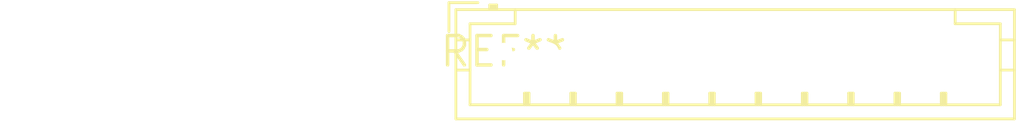
<source format=kicad_pcb>
(kicad_pcb (version 20240108) (generator pcbnew)
  (layers (0 "F.Cu" signal) (31 "B.Cu" signal) (34 "B.Paste" user) (35 "F.Paste" user) (36 "B.SilkS" user "B.Silkscreen") (37 "F.SilkS" user "F.Silkscreen") (38 "B.Mask" user) (39 "F.Mask" user) (44 "Edge.Cuts" user))
  (net 0 "")
  (footprint "JST_PH_B11B-PH-K_1x11_P2.00mm_Vertical" (layer "F.Cu") (at 0 0)
    (property "Reference" "REF**")
    (property "Value" "JST_PH_B11B-PH-K_1x11_P2.00mm_Vertical")
    (fp_line (start -2.36 -2.11) (end -2.36 -0.86) (layer "F.SilkS") (stroke (width 0.12)))
    (fp_line (start -2.06 -1.81) (end -2.06 2.91) (layer "F.SilkS") (stroke (width 0.12)))
    (fp_line (start -2.06 -0.5) (end -1.45 -0.5) (layer "F.SilkS") (stroke (width 0.12)))
    (fp_line (start -2.06 0.8) (end -1.45 0.8) (layer "F.SilkS") (stroke (width 0.12)))
    (fp_line (start -2.06 2.91) (end 22.06 2.91) (layer "F.SilkS") (stroke (width 0.12)))
    (fp_line (start -1.45 -1.2) (end -1.45 2.3) (layer "F.SilkS") (stroke (width 0.12)))
    (fp_line (start -1.45 2.3) (end 21.45 2.3) (layer "F.SilkS") (stroke (width 0.12)))
    (fp_line (start -1.11 -2.11) (end -2.36 -2.11) (layer "F.SilkS") (stroke (width 0.12)))
    (fp_line (start -0.6 -2.01) (end -0.6 -1.81) (layer "F.SilkS") (stroke (width 0.12)))
    (fp_line (start -0.3 -2.01) (end -0.6 -2.01) (layer "F.SilkS") (stroke (width 0.12)))
    (fp_line (start -0.3 -1.91) (end -0.6 -1.91) (layer "F.SilkS") (stroke (width 0.12)))
    (fp_line (start -0.3 -1.81) (end -0.3 -2.01) (layer "F.SilkS") (stroke (width 0.12)))
    (fp_line (start 0.5 -1.81) (end 0.5 -1.2) (layer "F.SilkS") (stroke (width 0.12)))
    (fp_line (start 0.5 -1.2) (end -1.45 -1.2) (layer "F.SilkS") (stroke (width 0.12)))
    (fp_line (start 0.9 1.8) (end 1.1 1.8) (layer "F.SilkS") (stroke (width 0.12)))
    (fp_line (start 0.9 2.3) (end 0.9 1.8) (layer "F.SilkS") (stroke (width 0.12)))
    (fp_line (start 1 2.3) (end 1 1.8) (layer "F.SilkS") (stroke (width 0.12)))
    (fp_line (start 1.1 1.8) (end 1.1 2.3) (layer "F.SilkS") (stroke (width 0.12)))
    (fp_line (start 2.9 1.8) (end 3.1 1.8) (layer "F.SilkS") (stroke (width 0.12)))
    (fp_line (start 2.9 2.3) (end 2.9 1.8) (layer "F.SilkS") (stroke (width 0.12)))
    (fp_line (start 3 2.3) (end 3 1.8) (layer "F.SilkS") (stroke (width 0.12)))
    (fp_line (start 3.1 1.8) (end 3.1 2.3) (layer "F.SilkS") (stroke (width 0.12)))
    (fp_line (start 4.9 1.8) (end 5.1 1.8) (layer "F.SilkS") (stroke (width 0.12)))
    (fp_line (start 4.9 2.3) (end 4.9 1.8) (layer "F.SilkS") (stroke (width 0.12)))
    (fp_line (start 5 2.3) (end 5 1.8) (layer "F.SilkS") (stroke (width 0.12)))
    (fp_line (start 5.1 1.8) (end 5.1 2.3) (layer "F.SilkS") (stroke (width 0.12)))
    (fp_line (start 6.9 1.8) (end 7.1 1.8) (layer "F.SilkS") (stroke (width 0.12)))
    (fp_line (start 6.9 2.3) (end 6.9 1.8) (layer "F.SilkS") (stroke (width 0.12)))
    (fp_line (start 7 2.3) (end 7 1.8) (layer "F.SilkS") (stroke (width 0.12)))
    (fp_line (start 7.1 1.8) (end 7.1 2.3) (layer "F.SilkS") (stroke (width 0.12)))
    (fp_line (start 8.9 1.8) (end 9.1 1.8) (layer "F.SilkS") (stroke (width 0.12)))
    (fp_line (start 8.9 2.3) (end 8.9 1.8) (layer "F.SilkS") (stroke (width 0.12)))
    (fp_line (start 9 2.3) (end 9 1.8) (layer "F.SilkS") (stroke (width 0.12)))
    (fp_line (start 9.1 1.8) (end 9.1 2.3) (layer "F.SilkS") (stroke (width 0.12)))
    (fp_line (start 10.9 1.8) (end 11.1 1.8) (layer "F.SilkS") (stroke (width 0.12)))
    (fp_line (start 10.9 2.3) (end 10.9 1.8) (layer "F.SilkS") (stroke (width 0.12)))
    (fp_line (start 11 2.3) (end 11 1.8) (layer "F.SilkS") (stroke (width 0.12)))
    (fp_line (start 11.1 1.8) (end 11.1 2.3) (layer "F.SilkS") (stroke (width 0.12)))
    (fp_line (start 12.9 1.8) (end 13.1 1.8) (layer "F.SilkS") (stroke (width 0.12)))
    (fp_line (start 12.9 2.3) (end 12.9 1.8) (layer "F.SilkS") (stroke (width 0.12)))
    (fp_line (start 13 2.3) (end 13 1.8) (layer "F.SilkS") (stroke (width 0.12)))
    (fp_line (start 13.1 1.8) (end 13.1 2.3) (layer "F.SilkS") (stroke (width 0.12)))
    (fp_line (start 14.9 1.8) (end 15.1 1.8) (layer "F.SilkS") (stroke (width 0.12)))
    (fp_line (start 14.9 2.3) (end 14.9 1.8) (layer "F.SilkS") (stroke (width 0.12)))
    (fp_line (start 15 2.3) (end 15 1.8) (layer "F.SilkS") (stroke (width 0.12)))
    (fp_line (start 15.1 1.8) (end 15.1 2.3) (layer "F.SilkS") (stroke (width 0.12)))
    (fp_line (start 16.9 1.8) (end 17.1 1.8) (layer "F.SilkS") (stroke (width 0.12)))
    (fp_line (start 16.9 2.3) (end 16.9 1.8) (layer "F.SilkS") (stroke (width 0.12)))
    (fp_line (start 17 2.3) (end 17 1.8) (layer "F.SilkS") (stroke (width 0.12)))
    (fp_line (start 17.1 1.8) (end 17.1 2.3) (layer "F.SilkS") (stroke (width 0.12)))
    (fp_line (start 18.9 1.8) (end 19.1 1.8) (layer "F.SilkS") (stroke (width 0.12)))
    (fp_line (start 18.9 2.3) (end 18.9 1.8) (layer "F.SilkS") (stroke (width 0.12)))
    (fp_line (start 19 2.3) (end 19 1.8) (layer "F.SilkS") (stroke (width 0.12)))
    (fp_line (start 19.1 1.8) (end 19.1 2.3) (layer "F.SilkS") (stroke (width 0.12)))
    (fp_line (start 19.5 -1.2) (end 19.5 -1.81) (layer "F.SilkS") (stroke (width 0.12)))
    (fp_line (start 21.45 -1.2) (end 19.5 -1.2) (layer "F.SilkS") (stroke (width 0.12)))
    (fp_line (start 21.45 2.3) (end 21.45 -1.2) (layer "F.SilkS") (stroke (width 0.12)))
    (fp_line (start 22.06 -1.81) (end -2.06 -1.81) (layer "F.SilkS") (stroke (width 0.12)))
    (fp_line (start 22.06 -0.5) (end 21.45 -0.5) (layer "F.SilkS") (stroke (width 0.12)))
    (fp_line (start 22.06 0.8) (end 21.45 0.8) (layer "F.SilkS") (stroke (width 0.12)))
    (fp_line (start 22.06 2.91) (end 22.06 -1.81) (layer "F.SilkS") (stroke (width 0.12)))
    (pad "1" thru_hole roundrect (at 0 0) (size 1.2 1.75) (drill 0.75) (layers *.Cu *.Mask) (remove_unused_layers) (roundrect_rratio 0.208333))
    (pad "2" thru_hole oval (at 2 0) (size 1.2 1.75) (drill 0.75) (layers *.Cu *.Mask) (remove_unused_layers))
    (pad "3" thru_hole oval (at 4 0) (size 1.2 1.75) (drill 0.75) (layers *.Cu *.Mask) (remove_unused_layers))
    (pad "4" thru_hole oval (at 6 0) (size 1.2 1.75) (drill 0.75) (layers *.Cu *.Mask) (remove_unused_layers))
    (pad "5" thru_hole oval (at 8 0) (size 1.2 1.75) (drill 0.75) (layers *.Cu *.Mask) (remove_unused_layers))
    (pad "6" thru_hole oval (at 10 0) (size 1.2 1.75) (drill 0.75) (layers *.Cu *.Mask) (remove_unused_layers))
    (pad "7" thru_hole oval (at 12 0) (size 1.2 1.75) (drill 0.75) (layers *.Cu *.Mask) (remove_unused_layers))
    (pad "8" thru_hole oval (at 14 0) (size 1.2 1.75) (drill 0.75) (layers *.Cu *.Mask) (remove_unused_layers))
    (pad "9" thru_hole oval (at 16 0) (size 1.2 1.75) (drill 0.75) (layers *.Cu *.Mask) (remove_unused_layers))
    (pad "10" thru_hole oval (at 18 0) (size 1.2 1.75) (drill 0.75) (layers *.Cu *.Mask) (remove_unused_layers))
    (pad "11" thru_hole oval (at 20 0) (size 1.2 1.75) (drill 0.75) (layers *.Cu *.Mask) (remove_unused_layers))
  )
)
</source>
